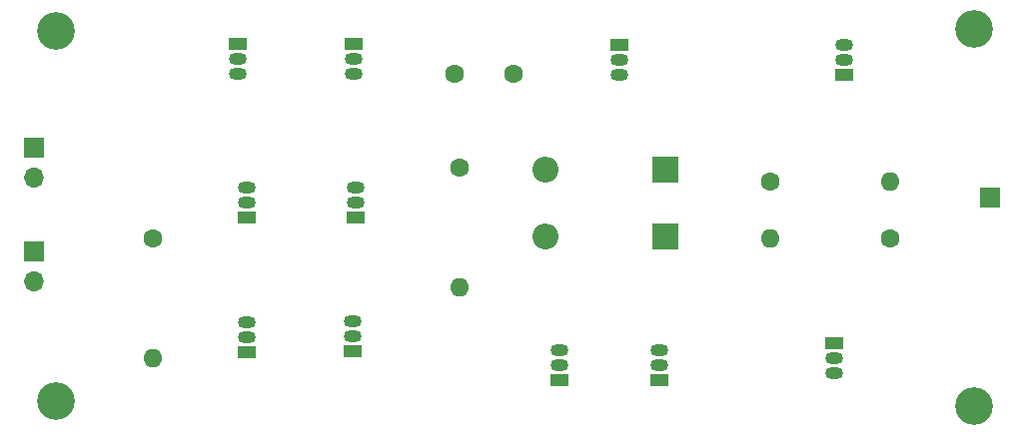
<source format=gbr>
%TF.GenerationSoftware,KiCad,Pcbnew,8.0.4*%
%TF.CreationDate,2024-10-21T15:09:54+02:00*%
%TF.ProjectId,GiugAmp_301,47697567-416d-4705-9f33-30312e6b6963,rev?*%
%TF.SameCoordinates,Original*%
%TF.FileFunction,Soldermask,Bot*%
%TF.FilePolarity,Negative*%
%FSLAX46Y46*%
G04 Gerber Fmt 4.6, Leading zero omitted, Abs format (unit mm)*
G04 Created by KiCad (PCBNEW 8.0.4) date 2024-10-21 15:09:54*
%MOMM*%
%LPD*%
G01*
G04 APERTURE LIST*
%ADD10R,1.700000X1.700000*%
%ADD11O,1.700000X1.700000*%
%ADD12R,2.200000X2.200000*%
%ADD13O,2.200000X2.200000*%
%ADD14C,3.200000*%
%ADD15R,1.500000X1.050000*%
%ADD16O,1.500000X1.050000*%
%ADD17C,1.600000*%
%ADD18O,1.600000X1.600000*%
G04 APERTURE END LIST*
D10*
%TO.C,PWR_IN*%
X76000000Y-81125000D03*
D11*
X76000000Y-83665000D03*
%TD*%
D10*
%TO.C,OUT*%
X157000000Y-76500000D03*
%TD*%
D12*
%TO.C,D2*%
X129480000Y-79800000D03*
D13*
X119320000Y-79800000D03*
%TD*%
D14*
%TO.C,H1*%
X77800000Y-62400000D03*
%TD*%
D15*
%TO.C,Q8*%
X144600000Y-66140000D03*
D16*
X144600000Y-64870000D03*
X144600000Y-63600000D03*
%TD*%
D15*
%TO.C,Q3*%
X94000000Y-78200000D03*
D16*
X94000000Y-76930000D03*
X94000000Y-75660000D03*
%TD*%
D15*
%TO.C,Q6*%
X94000000Y-89670000D03*
D16*
X94000000Y-88400000D03*
X94000000Y-87130000D03*
%TD*%
D15*
%TO.C,Q10*%
X129000000Y-92000000D03*
D16*
X129000000Y-90730000D03*
X129000000Y-89460000D03*
%TD*%
D15*
%TO.C,Q9*%
X120500000Y-92000000D03*
D16*
X120500000Y-90730000D03*
X120500000Y-89460000D03*
%TD*%
D15*
%TO.C,Q7*%
X125600000Y-63600000D03*
D16*
X125600000Y-64870000D03*
X125600000Y-66140000D03*
%TD*%
D15*
%TO.C,Q11*%
X143800000Y-88930000D03*
D16*
X143800000Y-90200000D03*
X143800000Y-91470000D03*
%TD*%
D12*
%TO.C,D1*%
X129480000Y-74200000D03*
D13*
X119320000Y-74200000D03*
%TD*%
D17*
%TO.C,C1*%
X111600000Y-66000000D03*
X116600000Y-66000000D03*
%TD*%
D15*
%TO.C,Q2*%
X103040000Y-63530000D03*
D16*
X103040000Y-64800000D03*
X103040000Y-66070000D03*
%TD*%
D14*
%TO.C,H2*%
X77800000Y-93800000D03*
%TD*%
D17*
%TO.C,R3*%
X138320000Y-75200000D03*
D18*
X148480000Y-75200000D03*
%TD*%
D17*
%TO.C,R1*%
X86000000Y-80040000D03*
D18*
X86000000Y-90200000D03*
%TD*%
D14*
%TO.C,H3*%
X155600000Y-62200000D03*
%TD*%
D16*
%TO.C,Q4*%
X103200000Y-75660000D03*
X103200000Y-76930000D03*
D15*
X103200000Y-78200000D03*
%TD*%
D10*
%TO.C,IN*%
X76000000Y-72260000D03*
D11*
X76000000Y-74800000D03*
%TD*%
D14*
%TO.C,H4*%
X155600000Y-94200000D03*
%TD*%
D15*
%TO.C,Q1*%
X93240000Y-63530000D03*
D16*
X93240000Y-64800000D03*
X93240000Y-66070000D03*
%TD*%
D17*
%TO.C,R4*%
X148480000Y-80000000D03*
D18*
X138320000Y-80000000D03*
%TD*%
D15*
%TO.C,Q5*%
X103000000Y-89600000D03*
D16*
X103000000Y-88330000D03*
X103000000Y-87060000D03*
%TD*%
D17*
%TO.C,R2*%
X112000000Y-74000000D03*
D18*
X112000000Y-84160000D03*
%TD*%
M02*

</source>
